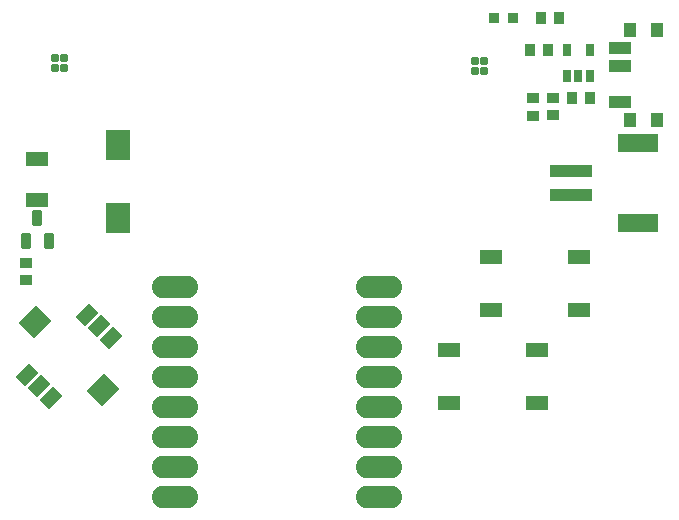
<source format=gts>
G04 Layer: TopSolderMaskLayer*
G04 EasyEDA Pro v2.2.28.1, 2024-09-30 17:42:25*
G04 Gerber Generator version 0.3*
G04 Scale: 100 percent, Rotated: No, Reflected: No*
G04 Dimensions in millimeters*
G04 Leading zeros omitted, absolute positions, 3 integers and 5 decimals*
%FSLAX35Y35*%
%MOMM*%
%AMRoundRect*1,1,$1,$2,$3*1,1,$1,$4,$5*1,1,$1,0-$2,0-$3*1,1,$1,0-$4,0-$5*20,1,$1,$2,$3,$4,$5,0*20,1,$1,$4,$5,0-$2,0-$3,0*20,1,$1,0-$2,0-$3,0-$4,0-$5,0*20,1,$1,0-$4,0-$5,$2,$3,0*4,1,4,$2,$3,$4,$5,0-$2,0-$3,0-$4,0-$5,$2,$3,0*%
%ADD10RoundRect,0.09302X0.90429X0.50429X0.90429X-0.50429*%
%ADD11RoundRect,0.09336X-0.88999X-0.17678X0.17678X0.88999*%
%ADD12RoundRect,0.09681X-1.34717X-0.07071X0.07071X1.34717*%
%ADD13RoundRect,0.08722X0.25739X-0.25739X-0.25739X-0.25739*%
%ADD14RoundRect,0.09131X0.45514X0.40514X0.45514X-0.40514*%
%ADD15RoundRect,0.09138X-0.40835X0.43712X0.40835X0.43712*%
%ADD16RoundRect,0.09138X-0.43712X-0.40835X-0.43712X0.40835*%
%ADD17RoundRect,0.09224X-0.90468X-0.45468X-0.90468X0.45468*%
%ADD18RoundRect,0.09249X-0.46955X-0.55455X-0.46955X0.55455*%
%ADD19R,2.0X2.49999*%
%ADD20RoundRect,0.08722X-0.25739X0.25739X0.25739X0.25739*%
%ADD21RoundRect,0.08752X-0.30625X0.50625X0.30625X0.50625*%
%ADD22RoundRect,0.09131X-0.40514X-0.40514X-0.40514X0.40514*%
%ADD23RoundRect,0.09017X0.35571X0.63072X0.35571X-0.63072*%
%ADD24RoundRect,0.03X-1.735X-0.485X-1.735X0.485*%
%ADD25RoundRect,0.045X-1.6775X-0.7275X-1.6775X0.7275*%
%ADD26RoundRect,1.88X1.016X0.0X-1.016X0.0*%
%ADD27RoundRect,1.88X-1.016X0.0X1.016X0.0*%
%ADD28RoundRect,0.09302X0.91428X0.50429X0.91428X-0.50429*%
G75*


G04 Pad Start*
G54D10*
G01X4571463Y-4805691D03*
G01X4571463Y-4455679D03*
G54D11*
G01X4490579Y-6283529D03*
G01X4589577Y-6382527D03*
G01X4688558Y-6481508D03*
G01X5197702Y-5972363D03*
G01X5098686Y-5873419D03*
G01X4999723Y-5774384D03*
G54D12*
G01X4557751Y-5841593D03*
G01X5130494Y-6414335D03*
G54D13*
G01X4722495Y-3684905D03*
G01X4722495Y-3604895D03*
G01X4802505Y-3604895D03*
G01X4802505Y-3684905D03*
G54D14*
G01X8940800Y-4083202D03*
G01X8940800Y-3943198D03*
G54D15*
G01X8901836Y-3530600D03*
G01X8751164Y-3530600D03*
G01X8990736Y-3263900D03*
G01X8840064Y-3263900D03*
G01X9257436Y-3937000D03*
G01X9106764Y-3937000D03*
G54D16*
G01X8775700Y-3942092D03*
G01X8775700Y-4092764D03*
G01X4483100Y-5334864D03*
G01X4483100Y-5485536D03*
G54D17*
G01X9506356Y-3971506D03*
G01X9506356Y-3671506D03*
G01X9506356Y-3521519D03*
G54D18*
G01X9596044Y-3366503D03*
G01X9823044Y-3366503D03*
G01X9823044Y-4126497D03*
G01X9596044Y-4126497D03*
G54D19*
G01X5255060Y-4339779D03*
G01X5255061Y-4955779D03*
G54D20*
G01X8358505Y-3630295D03*
G01X8358505Y-3710305D03*
G01X8278495Y-3710305D03*
G01X8278495Y-3630295D03*
G54D21*
G01X9061704Y-3534893D03*
G01X9251696Y-3534893D03*
G01X9061704Y-3754907D03*
G01X9251696Y-3754907D03*
G01X9156700Y-3754907D03*
G54D22*
G01X8441733Y-3264238D03*
G01X8601652Y-3263552D03*
G54D23*
G01X4481819Y-5154063D03*
G01X4671811Y-5154063D03*
G01X4576815Y-4954063D03*
G54D24*
G01X9090301Y-4760900D03*
G01X9090301Y-4560900D03*
G54D25*
G01X9665299Y-4325901D03*
G01X9665299Y-4995899D03*
G54D26*
G01X7467600Y-7315200D03*
G01X7467600Y-7061200D03*
G01X7467600Y-6807200D03*
G01X7467600Y-6553200D03*
G01X7467600Y-6045200D03*
G01X7467600Y-6299200D03*
G01X7467600Y-5791200D03*
G01X7467600Y-5537200D03*
G54D27*
G01X5740400Y-7061200D03*
G01X5740400Y-6553200D03*
G01X5740400Y-7315200D03*
G01X5740400Y-6807200D03*
G01X5740400Y-6045200D03*
G01X5740400Y-6299200D03*
G01X5740400Y-5791200D03*
G01X5740400Y-5537200D03*
G54D28*
G01X8061808Y-6074207D03*
G01X8061808Y-6524193D03*
G01X8803792Y-6524193D03*
G01X8803792Y-6074207D03*
G01X8417408Y-5286807D03*
G01X8417408Y-5736793D03*
G01X9159392Y-5736793D03*
G01X9159392Y-5286807D03*
G04 Pad End*

M02*


</source>
